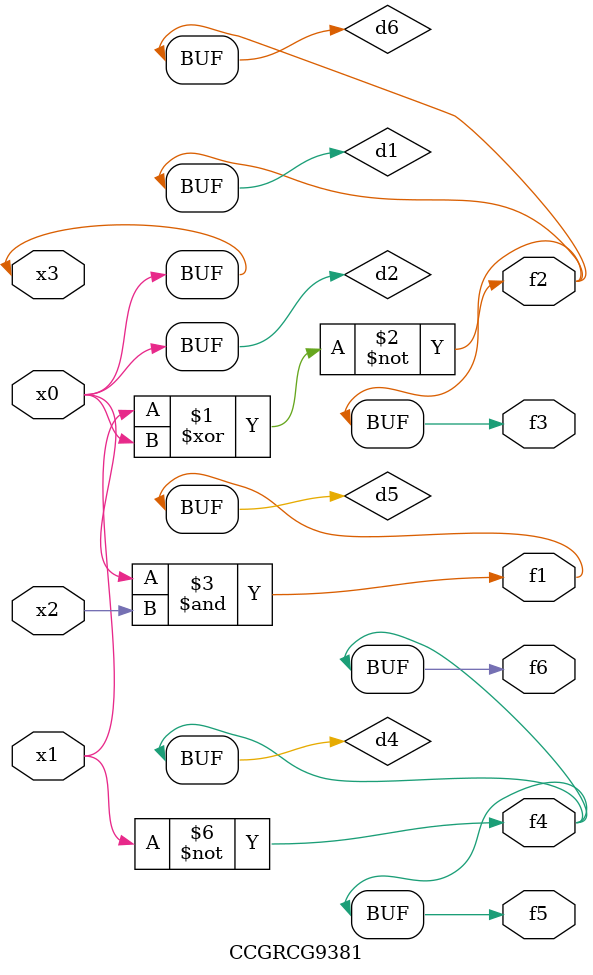
<source format=v>
module CCGRCG9381(
	input x0, x1, x2, x3,
	output f1, f2, f3, f4, f5, f6
);

	wire d1, d2, d3, d4, d5, d6;

	xnor (d1, x1, x3);
	buf (d2, x0, x3);
	nand (d3, x0, x2);
	not (d4, x1);
	nand (d5, d3);
	or (d6, d1);
	assign f1 = d5;
	assign f2 = d6;
	assign f3 = d6;
	assign f4 = d4;
	assign f5 = d4;
	assign f6 = d4;
endmodule

</source>
